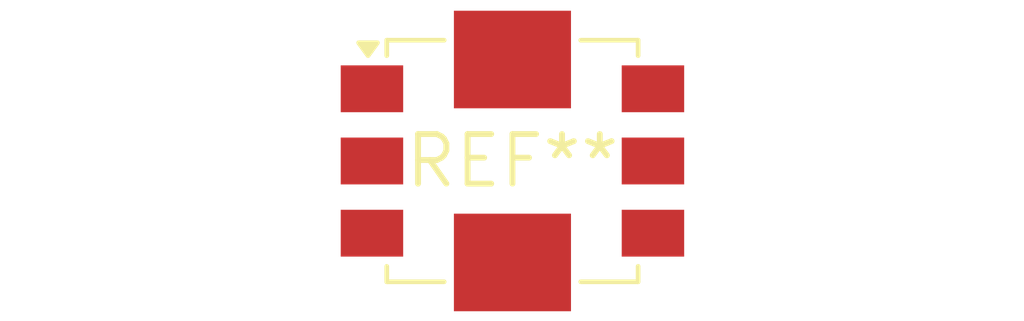
<source format=kicad_pcb>
(kicad_pcb (version 20240108) (generator pcbnew)
  (layers (0 "F.Cu" signal) (31 "B.Cu" signal) (34 "B.Paste" user) (35 "F.Paste" user) (36 "B.SilkS" user "B.Silkscreen") (37 "F.SilkS" user "F.Silkscreen") (38 "B.Mask" user) (39 "F.Mask" user) (44 "Edge.Cuts" user))
  (net 0 "")
  (footprint "Transformer_Coilcraft_CST2" (layer "F.Cu") (at 0 0)
    (property "Reference" "REF**")
    (property "Value" "Transformer_Coilcraft_CST2")
    (fp_line (start -3.22 -3.095) (end -3.22 -2.7) (layer "F.SilkS") (stroke (width 0.12)))
    (fp_line (start -3.22 -3.095) (end -1.75 -3.095) (layer "F.SilkS") (stroke (width 0.12)))
    (fp_line (start -3.22 3.095) (end -3.22 2.7) (layer "F.SilkS") (stroke (width 0.12)))
    (fp_line (start -3.22 3.095) (end -1.75 3.095) (layer "F.SilkS") (stroke (width 0.12)))
    (fp_line (start 3.22 -3.095) (end 1.75 -3.095) (layer "F.SilkS") (stroke (width 0.12)))
    (fp_line (start 3.22 -3.095) (end 3.22 -2.7) (layer "F.SilkS") (stroke (width 0.12)))
    (fp_line (start 3.22 3.095) (end 1.75 3.095) (layer "F.SilkS") (stroke (width 0.12)))
    (fp_line (start 3.22 3.095) (end 3.22 2.7) (layer "F.SilkS") (stroke (width 0.12)))
    (fp_poly (pts (xy -3.7 -2.7) (xy -3.94 -3.03) (xy -3.46 -3.03) (xy -3.7 -2.7)) (layer "F.SilkS") (stroke (width 0.12)) (fill solid))
    (pad "1" smd rect (at -3.6 -1.85) (size 1.6 1.2) (layers "F.Cu" "F.Paste" "F.Mask"))
    (pad "2" smd rect (at -3.6 0) (size 1.6 1.2) (layers "F.Cu" "F.Paste" "F.Mask"))
    (pad "3" smd rect (at -3.6 1.85) (size 1.6 1.2) (layers "F.Cu" "F.Paste" "F.Mask"))
    (pad "4" smd rect (at 3.6 1.85) (size 1.6 1.2) (layers "F.Cu" "F.Paste" "F.Mask"))
    (pad "5" smd rect (at 3.6 0) (size 1.6 1.2) (layers "F.Cu" "F.Paste" "F.Mask"))
    (pad "6" smd rect (at 3.6 -1.85) (size 1.6 1.2) (layers "F.Cu" "F.Paste" "F.Mask"))
    (pad "7" smd rect (at 0 2.6) (size 3 2.5) (layers "F.Cu" "F.Paste" "F.Mask"))
    (pad "8" smd rect (at 0 -2.6) (size 3 2.5) (layers "F.Cu" "F.Paste" "F.Mask"))
  )
)
</source>
